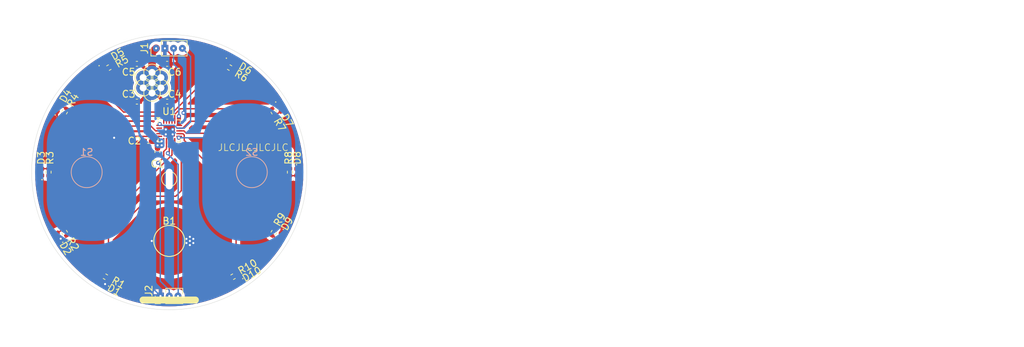
<source format=kicad_pcb>
(kicad_pcb (version 20240108) (generator "pcbnew") (generator_version "8.0")
  (layers (0 "F.Cu" signal) (31 "B.Cu" signal) (34 "B.Paste" user) (35 "F.Paste" user) (36 "B.SilkS" user "B.Silkscreen") (37 "F.SilkS" user "F.Silkscreen") (38 "B.Mask" user) (39 "F.Mask" user) (44 "Edge.Cuts" user))
  (net 0 "")
  (net 1 "Net-(D1-A)")
  (net 2 "GND")
  (net 3 "+3V0")
  (net 4 "Net-(D2-A)")
  (net 5 "Net-(D3-A)")
  (net 6 "Net-(D4-A)")
  (net 7 "Net-(D5-A)")
  (net 8 "Net-(D6-A)")
  (net 9 "Net-(D10-A)")
  (net 10 "Net-(D9-A)")
  (net 11 "Net-(D8-A)")
  (net 12 "Net-(D7-A)")
  (net 13 "/LED7")
  (net 14 "/LED6")
  (net 15 "/LED5")
  (net 16 "/LED4")
  (net 17 "/NRST")
  (net 18 "/SWIO")
  (net 19 "/LED10")
  (net 20 "/LED9")
  (net 21 "/LED8")
  (net 22 "/LED3")
  (net 23 "/LED2")
  (net 24 "/LED1")
  (net 27 "/RX")
  (net 28 "/TX")
  (net 29 "/touch2")
  (net 30 "/touch1")
  (footprint "Resistor_SMD:R_0402_1005Metric" (layer "F.Cu") (at 40.725 65.198745 150)
    (property "Reference" "R1" (at -1 0.2 150) (layer "F.SilkS") (effects (justify left)))
    (property "Value" "47R")
    (fp_line (start -0.153641 -0.38) (end 0.153641 -0.38) (stroke (width 0.12)) (layer "F.SilkS"))
    (fp_line (start -0.153641 0.38) (end 0.153641 0.38) (stroke (width 0.12)) (layer "F.SilkS"))
    (pad "1" smd roundrect (at -0.51 0 150) (size 0.54 0.64) (layers "F.Cu" "F.Paste" "F.Mask") (net 24 "/LED1"))
    (pad "2" smd roundrect (at 0.51 0 150) (size 0.54 0.64) (layers "F.Cu" "F.Paste" "F.Mask") (net 1 "Net-(D1-A)"))
  )
  (footprint "LED_SMD:LED_0402_1005Metric" (layer "F.Cu") (at 33.97853 59.25 120)
    (property "Reference" "D2" (at -0.999999 -0.1 120) (layer "F.SilkS") (effects (justify left)))
    (property "Value" "LED")
    (fp_circle (center -1.09 0) (end -1.04 0) (stroke (width 0.1)) (fill none) (layer "F.SilkS"))
    (pad "1" smd roundrect (at -0.485 0 120) (size 0.59 0.64) (layers "F.Cu" "F.Paste" "F.Mask") (net 2 "GND"))
    (pad "2" smd roundrect (at 0.485 0 120) (size 0.59 0.64) (layers "F.Cu" "F.Paste" "F.Mask") (net 4 "Net-(D2-A)"))
  )
  (footprint "Capacitor_SMD:C_0402_1005Metric" (layer "F.Cu") (at 49.7 34.25)
    (property "Reference" "C6" (at 1.1 1.2 0) (layer "F.SilkS"))
    (property "Value" "10n")
    (fp_line (start -0.107836 -0.36) (end 0.107836 -0.36) (stroke (width 0.12)) (layer "F.SilkS"))
    (fp_line (start -0.107836 0.36) (end 0.107836 0.36) (stroke (width 0.12)) (layer "F.SilkS"))
    (pad "1" smd roundrect (at -0.48 0) (size 0.56 0.62) (layers "F.Cu" "F.Paste" "F.Mask") (net 3 "+3V0"))
    (pad "2" smd roundrect (at 0.48 0) (size 0.56 0.62) (layers "F.Cu" "F.Paste" "F.Mask") (net 2 "GND"))
  )
  (footprint "Connector_PinHeader_1.27mm:PinHeader_1x04_P1.27mm_Vertical" (layer "F.Cu") (at 48.095 32 90)
    (property "Reference" "J1" (at 0 -1.695 90) (layer "F.SilkS"))
    (property "Value" "Conn_01x04")
    (fp_line (start -1.11 -0.76) (end 0 -0.76) (stroke (width 0.12)) (layer "F.SilkS"))
    (fp_line (start -1.11 0) (end -1.11 -0.76) (stroke (width 0.12)) (layer "F.SilkS"))
    (fp_line (start 1.11 0.76) (end 1.11 4.505) (stroke (width 0.12)) (layer "F.SilkS"))
    (fp_line (start 0.563471 0.76) (end 1.11 0.76) (stroke (width 0.12)) (layer "F.SilkS"))
    (fp_line (start -1.11 0.76) (end -0.563471 0.76) (stroke (width 0.12)) (layer "F.SilkS"))
    (fp_line (start -1.11 0.76) (end -1.11 4.505) (stroke (width 0.12)) (layer "F.SilkS"))
    (fp_line (start 0.30753 4.505) (end 1.11 4.505) (stroke (width 0.12)) (layer "F.SilkS"))
    (fp_line (start -1.11 4.505) (end -0.30753 4.505) (stroke (width 0.12)) (layer "F.SilkS"))
    (pad "1" thru_hole oval (at 0 0 90) (size 1 1) (drill 0.3) (layers "*.Cu" "*.Mask") (net 3 "+3V0"))
    (pad "2" thru_hole rect (at 0 1.27 90) (size 1 1) (drill 0.3) (layers "*.Cu" "*.Mask") (net 2 "GND"))
    (pad "3" thru_hole oval (at 0 2.54 90) (size 1 1) (drill 0.3) (layers "*.Cu" "*.Mask") (net 18 "/SWIO"))
    (pad "4" thru_hole oval (at 0 3.81 90) (size 1 1) (drill 0.3) (layers "*.Cu" "*.Mask") (net 17 "/NRST"))
  )
  (footprint "Resistor_SMD:R_0402_1005Metric" (layer "F.Cu") (at 34.801254 58.775 120)
    (property "Reference" "R2" (at -1 0.2 120) (layer "F.SilkS") (effects (justify left)))
    (property "Value" "47R")
    (fp_line (start -0.153641 -0.38) (end 0.153641 -0.38) (stroke (width 0.12)) (layer "F.SilkS"))
    (fp_line (start -0.153641 0.38) (end 0.153641 0.38) (stroke (width 0.12)) (layer "F.SilkS"))
    (pad "1" smd roundrect (at -0.51 0 120) (size 0.54 0.64) (layers "F.Cu" "F.Paste" "F.Mask") (net 23 "/LED2"))
    (pad "2" smd roundrect (at 0.51 0 120) (size 0.54 0.64) (layers "F.Cu" "F.Paste" "F.Mask") (net 4 "Net-(D2-A)"))
  )
  (footprint "LED_SMD:LED_0402_1005Metric" (layer "F.Cu") (at 40.25 66.021469 150)
    (property "Reference" "D1" (at -1 -0.100001 150) (layer "F.SilkS") (effects (justify left)))
    (property "Value" "LED")
    (fp_circle (center -1.09 0) (end -1.04 0) (stroke (width 0.1)) (fill none) (layer "F.SilkS"))
    (pad "1" smd roundrect (at -0.485 0 150) (size 0.59 0.64) (layers "F.Cu" "F.Paste" "F.Mask") (net 2 "GND"))
    (pad "2" smd roundrect (at 0.485 0 150) (size 0.59 0.64) (layers "F.Cu" "F.Paste" "F.Mask") (net 1 "Net-(D1-A)"))
  )
  (footprint "Package_DFN_QFN:QFN-20-1EP_3x3mm_P0.4mm_EP1.65x1.65mm" (layer "F.Cu") (at 50 44)
    (property "Reference" "U1" (at 0 -2.83 0) (layer "F.SilkS"))
    (property "Value" "WCH CH32V003F4U6")
    (fp_line (start -1.61 -1.16) (end -1.61 -1.37) (stroke (width 0.12)) (layer "F.SilkS"))
    (fp_line (start -1.61 1.61) (end -1.61 1.16) (stroke (width 0.12)) (layer "F.SilkS"))
    (fp_line (start -1.16 -1.61) (end -1.31 -1.61) (stroke (width 0.12)) (layer "F.SilkS"))
    (fp_line (start -1.16 1.61) (end -1.61 1.61) (stroke (width 0.12)) (layer "F.SilkS"))
    (fp_line (start 1.16 -1.61) (end 1.61 -1.61) (stroke (width 0.12)) (layer "F.SilkS"))
    (fp_line (start 1.16 1.61) (end 1.61 1.61) (stroke (width 0.12)) (layer "F.SilkS"))
    (fp_line (start 1.61 -1.61) (end 1.61 -1.16) (stroke (width 0.12)) (layer "F.SilkS"))
    (fp_line (start 1.61 1.61) (end 1.61 1.16) (stroke (width 0.12)) (layer "F.SilkS"))
    (fp_poly (pts (xy -1.61 -1.61) (xy -1.85 -1.94) (xy -1.37 -1.94) (xy -1.61 -1.61)) (stroke (width 0.12)) (fill solid) (layer "F.SilkS"))
    (pad "1" smd roundrect (at -1.45 -0.8) (size 0.85 0.2) (layers "F.Cu" "F.Paste" "F.Mask") (net 17 "/NRST"))
    (pad "2" smd roundrect (at -1.45 -0.4) (size 0.85 0.2) (layers "F.Cu" "F.Paste" "F.Mask"))
    (pad "3" smd roundrect (at -1.45 0) (size 0.85 0.2) (layers "F.Cu" "F.Paste" "F.Mask") (net 30 "/touch1"))
    (pad "4" smd roundrect (at -1.45 0.4) (size 0.85 0.2) (layers "F.Cu" "F.Paste" "F.Mask") (net 2 "GND"))
    (pad "5" smd roundrect (at -1.45 0.8) (size 0.85 0.2) (layers "F.Cu" "F.Paste" "F.Mask") (net 22 "/LED3"))
    (pad "6" smd roundrect (at -0.8 1.45) (size 0.2 0.85) (layers "F.Cu" "F.Paste" "F.Mask") (net 3 "+3V0"))
    (pad "7" smd roundrect (at -0.4 1.45) (size 0.2 0.85) (layers "F.Cu" "F.Paste" "F.Mask") (net 28 "/TX"))
    (pad "8" smd roundrect (at 0 1.45) (size 0.2 0.85) (layers "F.Cu" "F.Paste" "F.Mask") (net 27 "/RX"))
    (pad "9" smd roundrect (at 0.4 1.45) (size 0.2 0.85) (layers "F.Cu" "F.Paste" "F.Mask") (net 23 "/LED2"))
    (pad "10" smd roundrect (at 0.8 1.45) (size 0.2 0.85) (layers "F.Cu" "F.Paste" "F.Mask") (net 24 "/LED1"))
    (pad "11" smd roundrect (at 1.45 0.8) (size 0.85 0.2) (layers "F.Cu" "F.Paste" "F.Mask") (net 29 "/touch2"))
    (pad "12" smd roundrect (at 1.45 0.4) (size 0.85 0.2) (layers "F.Cu" "F.Paste" "F.Mask") (net 19 "/LED10"))
    (pad "13" smd roundrect (at 1.45 0) (size 0.85 0.2) (layers "F.Cu" "F.Paste" "F.Mask") (net 20 "/LED9"))
    (pad "14" smd roundrect (at 1.45 -0.4) (size 0.85 0.2) (layers "F.Cu" "F.Paste" "F.Mask") (net 21 "/LED8"))
    (pad "15" smd roundrect (at 1.45 -0.8) (size 0.85 0.2) (layers "F.Cu" "F.Paste" "F.Mask") (net 18 "/SWIO"))
    (pad "16" smd roundrect (at 0.8 -1.45) (size 0.2 0.85) (layers "F.Cu" "F.Paste" "F.Mask") (net 13 "/LED7"))
    (pad "17" smd roundrect (at 0.4 -1.45) (size 0.2 0.85) (layers "F.Cu" "F.Paste" "F.Mask") (net 14 "/LED6"))
    (pad "18" smd roundrect (at 0 -1.45) (size 0.2 0.85) (layers "F.Cu" "F.Paste" "F.Mask"))
    (pad "19" smd roundrect (at -0.4 -1.45) (size 0.2 0.85) (layers "F.Cu" "F.Paste" "F.Mask") (net 15 "/LED5"))
    (pad "20" smd roundrect (at -0.8 -1.45) (size 0.2 0.85) (layers "F.Cu" "F.Paste" "F.Mask") (net 16 "/LED4"))
    (pad "21" smd rect (at 0 0) (size 1.65 1.65) (property pad_prop_heatsink) (layers "F.Cu" "F.Mask") (net 2 "GND"))
  )
  (footprint "TestPoint:TestPoint_THTPad_D2.0mm_Drill1.0mm" (layer "F.Cu") (at 47.5 37)
    (property "Reference" "T51" (hide yes))
    (property "Value" "TestPoint_THTPad_D2.0mm_Drill1.0mm" (hide yes))
    (fp_circle (center 0 0) (end 0 1.2) (stroke (width 0.12)) (fill none) (layer "F.SilkS"))
    (pad "1" thru_hole circle (at 0 0) (size 2 2) (drill 1) (layers "*.Cu" "*.Mask") (net 3 "+3V0"))
  )
  (footprint "Capacitor_SMD:C_0402_1005Metric" (layer "F.Cu") (at 48.275 47.05 -90)
    (property "Reference" "C1" (at 1.75 0 0) (layer "F.SilkS"))
    (property "Value" "10n")
    (fp_line (start -0.107836 0.36) (end 0.107836 0.36) (stroke (width 0.12)) (layer "F.SilkS"))
    (fp_line (start -0.107836 -0.36) (end 0.107836 -0.36) (stroke (width 0.12)) (layer "F.SilkS"))
    (pad "1" smd roundrect (at -0.48 0 270) (size 0.56 0.62) (layers "F.Cu" "F.Paste" "F.Mask") (net 3 "+3V0"))
    (pad "2" smd roundrect (at 0.48 0 270) (size 0.56 0.62) (layers "F.Cu" "F.Paste" "F.Mask") (net 2 "GND"))
  )
  (footprint "Capacitor_SMD:C_0402_1005Metric" (layer "F.Cu") (at 45.3 34.25 180)
    (property "Reference" "C5" (at 1.2 -1.2 0) (layer "F.SilkS"))
    (property "Value" "10n")
    (fp_line (start -0.107836 0.36) (end 0.107836 0.36) (stroke (width 0.12)) (layer "F.SilkS"))
    (fp_line (start -0.107836 -0.36) (end 0.107836 -0.36) (stroke (width 0.12)) (layer "F.SilkS"))
    (pad "1" smd roundrect (at -0.48 0 180) (size 0.56 0.62) (layers "F.Cu" "F.Paste" "F.Mask") (net 3 "+3V0"))
    (pad "2" smd roundrect (at 0.48 0 180) (size 0.56 0.62) (layers "F.Cu" "F.Paste" "F.Mask") (net 2 "GND"))
  )
  (footprint "Resistor_SMD:R_0402_1005Metric" (layer "F.Cu") (at 59.275 65.198745 -150)
    (property "Reference" "R10" (at -1 0.2 -150) (layer "F.SilkS") (effects (justify left)))
    (property "Value" "47R")
    (fp_line (start -0.153641 0.38) (end 0.153641 0.38) (stroke (width 0.12)) (layer "F.SilkS"))
    (fp_line (start -0.153641 -0.38) (end 0.153641 -0.38) (stroke (width 0.12)) (layer "F.SilkS"))
    (pad "1" smd roundrect (at -0.51 0 210) (size 0.54 0.64) (layers "F.Cu" "F.Paste" "F.Mask") (net 19 "/LED10"))
    (pad "2" smd roundrect (at 0.51 0 210) (size 0.54 0.64) (layers "F.Cu" "F.Paste" "F.Mask") (net 9 "Net-(D10-A)"))
  )
  (footprint "TestPoint:TestPoint_THTPad_D2.0mm_Drill1.0mm" (layer "F.Cu") (at 46.200961 37.75 120)
    (property "Reference" "T55" (hide yes))
    (property "Value" "TestPoint_THTPad_D2.0mm_Drill1.0mm" (hide yes))
    (fp_circle (center 0 0) (end 0 1.2) (stroke (width 0.12)) (fill none) (layer "F.SilkS"))
    (pad "1" thru_hole circle (at 0 0 120) (size 2 2) (drill 1) (layers "*.Cu" "*.Mask") (net 3 "+3V0"))
  )
  (footprint "TestPoint:TestPoint_THTPad_D2.0mm_Drill1.0mm" (layer "F.Cu") (at 48.799038 37.75 -120)
    (property "Reference" "T53" (hide yes))
    (property "Value" "TestPoint_THTPad_D2.0mm_Drill1.0mm" (hide yes))
    (fp_circle (center 0 0) (end 0 1.2) (stroke (width 0.12)) (fill none) (layer "F.SilkS"))
    (pad "1" thru_hole circle (at 0 0 240) (size 2 2) (drill 1) (layers "*.Cu" "*.Mask") (net 3 "+3V0"))
  )
  (footprint "LED_SMD:LED_0402_1005Metric" (layer "F.Cu") (at 59.25 33.97853 -30)
    (property "Reference" "D6" (at 0.999999 -0.1 -30) (layer "F.SilkS") (effects (justify left)))
    (property "Value" "LED")
    (fp_circle (center -1.09 0) (end -1.04 0) (stroke (width 0.1)) (fill none) (layer "F.SilkS"))
    (pad "1" smd roundrect (at -0.485 0 330) (size 0.59 0.64) (layers "F.Cu" "F.Paste" "F.Mask") (net 2 "GND"))
    (pad "2" smd roundrect (at 0.485 0 330) (size 0.59 0.64) (layers "F.Cu" "F.Paste" "F.Mask") (net 8 "Net-(D6-A)"))
  )
  (footprint "Resistor_SMD:R_0402_1005Metric" (layer "F.Cu") (at 67.55 50 -90)
    (property "Reference" "R8" (at -1 0.2 -90) (layer "F.SilkS") (effects (justify left)))
    (property "Value" "47R")
    (fp_line (start -0.153641 0.38) (end 0.153641 0.38) (stroke (width 0.12)) (layer "F.SilkS"))
    (fp_line (start -0.153641 -0.38) (end 0.153641 -0.38) (stroke (width 0.12)) (layer "F.SilkS"))
    (pad "1" smd roundrect (at -0.51 0 270) (size 0.54 0.64) (layers "F.Cu" "F.Paste" "F.Mask") (net 21 "/LED8"))
    (pad "2" smd roundrect (at 0.51 0 270) (size 0.54 0.64) (layers "F.Cu" "F.Paste" "F.Mask") (net 11 "Net-(D8-A)"))
  )
  (footprint "Resistor_SMD:R_0402_1005Metric" (layer "F.Cu") (at 34.801254 41.225 60)
    (property "Reference" "R4" (at 1 0.2 60) (layer "F.SilkS") (effects (justify left)))
    (property "Value" "47R")
    (fp_line (start -0.153641 -0.38) (end 0.153641 -0.38) (stroke (width 0.12)) (layer "F.SilkS"))
    (fp_line (start -0.153641 0.38) (end 0.153641 0.38) (stroke (width 0.12)) (layer "F.SilkS"))
    (pad "1" smd roundrect (at -0.51 0 60) (size 0.54 0.64) (layers "F.Cu" "F.Paste" "F.Mask") (net 16 "/LED4"))
    (pad "2" smd roundrect (at 0.51 0 60) (size 0.54 0.64) (layers "F.Cu" "F.Paste" "F.Mask") (net 6 "Net-(D4-A)"))
  )
  (footprint "Resistor_SMD:R_0402_1005Metric" (layer "F.Cu") (at 32.45 50 90)
    (property "Reference" "R3" (at 1 0.2 90) (layer "F.SilkS") (effects (justify left)))
    (property "Value" "47R")
    (fp_line (start -0.153641 -0.38) (end 0.153641 -0.38) (stroke (width 0.12)) (layer "F.SilkS"))
    (fp_line (start -0.153641 0.38) (end 0.153641 0.38) (stroke (width 0.12)) (layer "F.SilkS"))
    (pad "1" smd roundrect (at -0.51 0 90) (size 0.54 0.64) (layers "F.Cu" "F.Paste" "F.Mask") (net 22 "/LED3"))
    (pad "2" smd roundrect (at 0.51 0 90) (size 0.54 0.64) (layers "F.Cu" "F.Paste" "F.Mask") (net 5 "Net-(D3-A)"))
  )
  (footprint "TestPoint:TestPoint_THTPad_D2.0mm_Drill1.0mm" (layer "F.Cu") (at 47.5 35.5)
    (property "Reference" "T51" (hide yes))
    (property "Value" "TestPoint_THTPad_D2.0mm_Drill1.0mm" (hide yes))
    (fp_circle (center 0 0) (end 0 1.2) (stroke (width 0.12)) (fill none) (layer "F.SilkS"))
    (pad "1" thru_hole circle (at 0 0) (size 2 2) (drill 1) (layers "*.Cu" "*.Mask") (net 3 "+3V0"))
  )
  (footprint "LED_SMD:LED_0402_1005Metric" (layer "F.Cu") (at 59.75 66.021469 -150)
    (property "Reference" "D10" (at -0.999999 -0.1 -150) (layer "F.SilkS") (effects (justify left)))
    (property "Value" "LED")
    (fp_circle (center -1.09 0) (end -1.04 0) (stroke (width 0.1)) (fill none) (layer "F.SilkS"))
    (pad "1" smd roundrect (at -0.485 0 210) (size 0.59 0.64) (layers "F.Cu" "F.Paste" "F.Mask") (net 2 "GND"))
    (pad "2" smd roundrect (at 0.485 0 210) (size 0.59 0.64) (layers "F.Cu" "F.Paste" "F.Mask") (net 9 "Net-(D10-A)"))
  )
  (footprint "Capacitor_SMD:C_0402_1005Metric" (layer "F.Cu") (at 49.7 39.75)
    (property "Reference" "C4" (at 1.1 -1.1 0) (layer "F.SilkS"))
    (property "Value" "10n")
    (fp_line (start -0.107836 -0.36) (end 0.107836 -0.36) (stroke (width 0.12)) (layer "F.SilkS"))
    (fp_line (start -0.107836 0.36) (end 0.107836 0.36) (stroke (width 0.12)) (layer "F.SilkS"))
    (pad "1" smd roundrect (at -0.48 0) (size 0.56 0.62) (layers "F.Cu" "F.Paste" "F.Mask") (net 3 "+3V0"))
    (pad "2" smd roundrect (at 0.48 0) (size 0.56 0.62) (layers "F.Cu" "F.Paste" "F.Mask") (net 2 "GND"))
  )
  (footprint "TestPoint:TestPoint_THTPad_D2.0mm_Drill1.0mm" (layer "F.Cu") (at 46.200961 36.25 60)
    (property "Reference" "T56" (hide yes))
    (property "Value" "TestPoint_THTPad_D2.0mm_Drill1.0mm" (hide yes))
    (fp_circle (center 0 0) (end 0 1.2) (stroke (width 0.12)) (fill none) (layer "F.SilkS"))
    (pad "1" thru_hole circle (at 0 0 60) (size 2 2) (drill 1) (layers "*.Cu" "*.Mask") (net 3 "+3V0"))
  )
  (footprint "Capacitor_SMD:C_0402_1005Metric" (layer "F.Cu") (at 45.3 39.75 180)
    (property "Reference" "C3" (at 1.2 1.1 0) (layer "F.SilkS"))
    (property "Value" "10n")
    (fp_line (start -0.107836 0.36) (end 0.107836 0.36) (stroke (width 0.12)) (layer "F.SilkS"))
    (fp_line (start -0.107836 -0.36) (end 0.107836 -0.36) (stroke (width 0.12)) (layer "F.SilkS"))
    (pad "1" smd roundrect (at -0.48 0 180) (size 0.56 0.62) (layers "F.Cu" "F.Paste" "F.Mask") (net 3 "+3V0"))
    (pad "2" smd roundrect (at 0.48 0 180) (size 0.56 0.62) (layers "F.Cu" "F.Paste" "F.Mask") (net 2 "GND"))
  )
  (footprint "TestPoint:TestPoint_THTPad_D2.0mm_Drill1.0mm" (layer "F.Cu") (at 48.799038 36.25 -60)
    (property "Reference" "T52" (hide yes))
    (property "Value" "TestPoint_THTPad_D2.0mm_Drill1.0mm" (hide yes))
    (fp_circle (center 0 0) (end 0 1.2) (stroke (width 0.12)) (fill none) (layer "F.SilkS"))
    (pad "1" thru_hole circle (at 0 0 300) (size 2 2) (drill 1) (layers "*.Cu" "*.Mask") (net 3 "+3V0"))
  )
  (footprint "Resistor_SMD:R_0402_1005Metric" (layer "F.Cu") (at 58.775 34.801254 -30)
    (property "Reference" "R6" (at 1 0.2 -30) (layer "F.SilkS") (effects (justify left)))
    (property "Value" "47R")
    (fp_line (start -0.153641 0.38) (end 0.153641 0.38) (stroke (width 0.12)) (layer "F.SilkS"))
    (fp_line (start -0.153641 -0.38) (end 0.153641 -0.38) (stroke (width 0.12)) (layer "F.SilkS"))
    (pad "1" smd roundrect (at -0.51 0 330) (size 0.54 0.64) (layers "F.Cu" "F.Paste" "F.Mask") (net 14 "/LED6"))
    (pad "2" smd roundrect (at 0.51 0 330) (size 0.54 0.64) (layers "F.Cu" "F.Paste" "F.Mask") (net 8 "Net-(D6-A)"))
  )
  (footprint "Resistor_SMD:R_0402_1005Metric" (layer "F.Cu") (at 41.225 34.801254 30)
    (property "Reference" "R5" (at 1 0.2 30) (layer "F.SilkS") (effects (justify left)))
    (property "Value" "47R")
    (fp_line (start -0.153641 -0.38) (end 0.153641 -0.38) (stroke (width 0.12)) (layer "F.SilkS"))
    (fp_line (start -0.153641 0.38) (end 0.153641 0.38) (stroke (width 0.12)) (layer "F.SilkS"))
    (pad "1" smd roundrect (at -0.51 0 30) (size 0.54 0.64) (layers "F.Cu" "F.Paste" "F.Mask") (net 15 "/LED5"))
    (pad "2" smd roundrect (at 0.51 0 30) (size 0.54 0.64) (layers "F.Cu" "F.Paste" "F.Mask") (net 7 "Net-(D5-A)"))
  )
  (footprint "TestPoint:TestPoint_Pad_D4.0mm" (layer "F.Cu") (at 50 60)
    (property "Reference" "-" (at 0 7.818 0) (layer "F.SilkS") (effects (font (size 10 10) (thickness 1))))
    (property "Value" "BAT-")
    (fp_circle (center 0 0) (end 0 2.25) (stroke (width 0.12)) (fill none) (layer "F.SilkS"))
    (pad "1" smd circle (at 0 0) (size 10 10) (layers "F.Cu" "F.Mask") (net 2 "GND"))
  )
  (footprint "TestPoint:TestPoint_THTPad_D2.0mm_Drill1.0mm" (layer "F.Cu") (at 47.5 38.5 180)
    (property "Reference" "T54" (hide yes))
    (property "Value" "TestPoint_THTPad_D2.0mm_Drill1.0mm" (hide yes))
    (fp_circle (center 0 0) (end 0 1.2) (stroke (width 0.12)) (fill none) (layer "F.SilkS"))
    (pad "1" thru_hole circle (at 0 0 180) (size 2 2) (drill 1) (layers "*.Cu" "*.Mask") (net 3 "+3V0"))
  )
  (footprint "Resistor_SMD:R_0402_1005Metric" (layer "F.Cu") (at 65.198745 58.775 -120)
    (property "Reference" "R9" (at -1 0.2 -120) (layer "F.SilkS") (effects (justify left)))
    (property "Value" "47R")
    (fp_line (start -0.153641 0.38) (end 0.153641 0.38) (stroke (width 0.12)) (layer "F.SilkS"))
    (fp_line (start -0.153641 -0.38) (end 0.153641 -0.38) (stroke (width 0.12)) (layer "F.SilkS"))
    (pad "1" smd roundrect (at -0.51 0 240) (size 0.54 0.64) (layers "F.Cu" "F.Paste" "F.Mask") (net 20 "/LED9"))
    (pad "2" smd roundrect (at 0.51 0 240) (size 0.54 0.64) (layers "F.Cu" "F.Paste" "F.Mask") (net 10 "Net-(D9-A)"))
  )
  (footprint "TestPoint:TestPoint_THTPad_3.0x3.0mm_Drill1.5mm" (layer "F.Cu") (at 50 51)
    (property "Reference" "T1" (hide yes))
    (property "Value" "TestPoint_THTPad_3.0x3.0mm_Drill1.5mm" (hide yes))
    (fp_circle (center 0 0) (end 1.1 0) (stroke (width 0.12)) (fill none) (layer "F.SilkS"))
    (pad "1" thru_hole oval (at 0 0) (size 1.2 3.2) (drill oval 1 3) (layers "*.Cu" "*.Mask") (net 2 "GND"))
  )
  (footprint "LED_SMD:LED_0402_1005Metric" (layer "F.Cu") (at 40.75 33.97853 30)
    (property "Reference" "D5" (at 1 -0.100001 30) (layer "F.SilkS") (effects (justify left)))
    (property "Value" "LED")
    (fp_circle (center -1.09 0) (end -1.04 0) (stroke (width 0.1)) (fill none) (layer "F.SilkS"))
    (pad "1" smd roundrect (at -0.485 0 30) (size 0.59 0.64) (layers "F.Cu" "F.Paste" "F.Mask") (net 2 "GND"))
    (pad "2" smd roundrect (at 0.485 0 30) (size 0.59 0.64) (layers "F.Cu" "F.Paste" "F.Mask") (net 7 "Net-(D5-A)"))
  )
  (footprint "Connector_PinHeader_1.27mm:PinHeader_1x03_P1.27mm_Vertical" (layer "F.Cu") (at 48.73 68 90)
    (property "Reference" "J2" (at 0.75 -1.695 90) (layer "F.SilkS"))
    (property "Value" "Conn_01x03")
    (fp_line (start -1.11 -0.76) (end 0 -0.76) (stroke (width 0.12)) (layer "F.SilkS"))
    (fp_line (start -1.11 0) (end -1.11 -0.76) (stroke (width 0.12)) (layer "F.SilkS"))
    (fp_line (start 1.11 0.76) (end 1.11 3.235) (stroke (width 0.12)) (layer "F.SilkS"))
    (fp_line (start 0.563471 0.76) (end 1.11 0.76) (stroke (width 0.12)) (layer "F.SilkS"))
    (fp_line (start -1.11 0.76) (end -0.563471 0.76) (stroke (width 0.12)) (layer "F.SilkS"))
    (fp_line (start -1.11 0.76) (end -1.11 3.235) (stroke (width 0.12)) (layer "F.SilkS"))
    (fp_line (start 0.30753 3.235) (end 1.11 3.235) (stroke (width 0.12)) (layer "F.SilkS"))
    (fp_line (start -1.11 3.235) (end -0.30753 3.235) (stroke (width 0.12)) (layer "F.SilkS"))
    (pad "1" thru_hole rect (at 0 0 90) (size 1 1) (drill 0.3) (layers "*.Cu" "*.Mask") (net 2 "GND"))
    (pad "2" thru_hole oval (at 0 1.27 90) (size 1 1) (drill 0.3) (layers "*.Cu" "*.Mask") (net 28 "/TX"))
    (pad "3" thru_hole oval (at 0 2.54 90) (size 1 1) (drill 0.3) (layers "*.Cu" "*.Mask") (net 27 "/RX"))
  )
  (footprint "LED_SMD:LED_0402_1005Metric" (layer "F.Cu") (at 66.021469 59.25 -120)
    (property "Reference" "D9" (at -1 -0.100001 -120) (layer "F.SilkS") (effects (justify left)))
    (property "Value" "LED")
    (fp_circle (center -1.09 0) (end -1.04 0) (stroke (width 0.1)) (fill none) (layer "F.SilkS"))
    (pad "1" smd roundrect (at -0.485 0 240) (size 0.59 0.64) (layers "F.Cu" "F.Paste" "F.Mask") (net 2 "GND"))
    (pad "2" smd roundrect (at 0.485 0 240) (size 0.59 0.64) (layers "F.Cu" "F.Paste" "F.Mask") (net 10 "Net-(D9-A)"))
  )
  (footprint "TestPoint:TestPoint_Pad_D4.0mm" (layer "F.Cu") (at 50 60)
    (property "Reference" "B1" (at 0 -2.898 0) (layer "F.SilkS"))
    (property "Value" "BAT-")
    (fp_circle (center 0 0) (end 0 2.25) (stroke (width 0.12)) (fill none) (layer "F.SilkS"))
    (pad "1" smd circle (at 0 0) (size 4 4) (layers "F.Cu" "F.Mask") (net 2 "GND"))
  )
  (footprint "Resistor_SMD:R_0402_1005Metric" (layer "F.Cu") (at 65.198745 41.225 -60)
    (property "Reference" "R7" (at 0.999999 0.200001 -60) (layer "F.SilkS") (effects (justify left)))
    (property "Value" "47R")
    (fp_line (start -0.153641 0.38) (end 0.153641 0.38) (stroke (width 0.12)) (layer "F.SilkS"))
    (fp_line (start -0.153641 -0.38) (end 0.153641 -0.38) (stroke (width 0.12)) (layer "F.SilkS"))
    (pad "1" smd roundrect (at -0.51 0 300) (size 0.54 0.64) (layers "F.Cu" "F.Paste" "F.Mask") (net 13 "/LED7"))
    (pad "2" smd roundrect (at 0.51 0 300) (size 0.54 0.64) (layers "F.Cu" "F.Paste" "F.Mask") (net 12 "Net-(D7-A)"))
  )
  (footprint "LED_SMD:LED_0402_1005Metric" (layer "F.Cu") (at 31.5 50 90)
    (property "Reference" "D3" (at 1 -0.1 90) (layer "F.SilkS") (effects (justify left)))
    (property "Value" "LED")
    (fp_circle (center -1.09 0) (end -1.04 0) (stroke (width 0.1)) (fill none) (layer "F.SilkS"))
    (pad "1" smd roundrect (at -0.485 0 90) (size 0.59 0.64) (layers "F.Cu" "F.Paste" "F.Mask") (net 2 "GND"))
    (pad "2" smd roundrect (at 0.485 0 90) (size 0.59 0.64) (layers "F.Cu" "F.Paste" "F.Mask") (net 5 "Net-(D3-A)"))
  )
  (footprint "LED_SMD:LED_0402_1005Metric" (layer "F.Cu") (at 33.97853 40.75 60)
    (property "Reference" "D4" (at 0.999999 -0.1 60) (layer "F.SilkS") (effects (justify left)))
    (property "Value" "LED")
    (fp_circle (center -1.09 0) (end -1.04 0) (stroke (width 0.1)) (fill none) (layer "F.SilkS"))
    (pad "1" smd roundrect (at -0.485 0 60) (size 0.59 0.64) (layers "F.Cu" "F.Paste" "F.Mask") (net 2 "GND"))
    (pad "2" smd roundrect (at 0.485 0 60) (size 0.59 0.64) (layers "F.Cu" "F.Paste" "F.Mask") (net 6 "Net-(D4-A)"))
  )
  (footprint "LED_SMD:LED_0402_1005Metric" (layer "F.Cu") (at 66.021469 40.75 -60)
    (property "Reference" "D7" (at 1 -0.100001 -60) (layer "F.SilkS") (effects (justify left)))
    (property "Value" "LED")
    (fp_circle (center -1.09 0) (end -1.04 0) (stroke (width 0.1)) (fill none) (layer "F.SilkS"))
    (pad "1" smd roundrect (at -0.485 0 300) (size 0.59 0.64) (layers "F.Cu" "F.Paste" "F.Mask") (net 2 "GND"))
    (pad "2" smd roundrect (at 0.485 0 300) (size 0.59 0.64) (layers "F.Cu" "F.Paste" "F.Mask") (net 12 "Net-(D7-A)"))
  )
  (footprint "Capacitor_SMD:C_0402_1005Metric" (layer "F.Cu") (at 46.95 45.45 180)
    (property "Reference" "C2" (at 2 0 0) (layer "F.SilkS"))
    (property "Value" "10n")
    (fp_line (start -0.107836 0.36) (end 0.107836 0.36) (stroke (width 0.12)) (layer "F.SilkS"))
    (fp_line (start -0.107836 -0.36) (end 0.107836 -0.36) (stroke (width 0.12)) (layer "F.SilkS"))
    (pad "1" smd roundrect (at -0.48 0 180) (size 0.56 0.62) (layers "F.Cu" "F.Paste" "F.Mask") (net 3 "+3V0"))
    (pad "2" smd roundrect (at 0.48 0 180) (size 0.56 0.62) (layers "F.Cu" "F.Paste" "F.Mask") (net 2 "GND"))
  )
  (footprint "LED_SMD:LED_0402_1005Metric" (layer "F.Cu") (at 68.5 50 -90)
    (property "Reference" "D8" (at -1 -0.1 -90) (layer "F.SilkS") (effects (justify left)))
    (property "Value" "LED")
    (fp_circle (center -1.09 0) (end -1.04 0) (stroke (width 0.1)) (fill none) (layer "F.SilkS"))
    (pad "1" smd roundrect (at -0.485 0 270) (size 0.59 0.64) (layers "F.Cu" "F.Paste" "F.Mask") (net 2 "GND"))
    (pad "2" smd roundrect (at 0.485 0 270) (size 0.59 0.64) (layers "F.Cu" "F.Paste" "F.Mask") (net 11 "Net-(D8-A)"))
  )
  (footprint "TestPoint:TestPoint_Pad_D4.0mm" (layer "B.Cu") (at 62 50 180)
    (property "Reference" "S2" (at 0 2.898 0) (layer "B.SilkS") (effects (justify mirror)))
    (property "Value" "touch")
    (fp_circle (center 0 0) (end 0 -2.25) (stroke (width 0.12)) (fill none) (layer "B.SilkS"))
    (pad "1" smd roundrect (at 0.7 0 180) (size 13 20) (layers "B.Cu" "B.Mask") (roundrect_rratio 0.4615384615) (net 29 "/touch2"))
  )
  (footprint "TestPoint:TestPoint_Pad_D4.0mm" (layer "B.Cu") (at 38 50 180)
    (property "Reference" "S1" (at 0 2.898 0) (layer "B.SilkS") (effects (justify mirror)))
    (property "Value" "touch")
    (fp_circle (center 0 0) (end 0 -2.25) (stroke (width 0.12)) (fill none) (layer "B.SilkS"))
    (pad "1" smd roundrect (at -0.7 0 180) (size 13 20) (layers "B.Cu" "B.Mask") (roundrect_rratio 0.4615384615) (net 30 "/touch1"))
  )
  (gr_circle (center 50 50) (end 70 50) (stroke (width 0.05)) (fill none) (layer "Edge.Cuts"))
  (gr_text "JLCJLCJLCJLC" (at 57 47 0) (layer "F.SilkS") (effects (font (size 1 1) (thickness 0.1)) (justify left bottom)))
  (segment (start 40.283327 64.943745) (end 39.829978 65.778969) (width 0.2) (layer "F.Cu") (net 1))
  (segment (start 59.876774 33.501774) (end 65.778969 39.403969) (width 0.2) (layer "F.Cu") (net 2))
  (segment (start 69.250167 52.374833) (end 66.263969 55.361031) (width 0.2) (layer "F.Cu") (net 2))
  (segment (start 66.263969 55.361031) (end 66.263969 58.829978) (width 0.2) (layer "F.Cu") (net 2))
  (segment (start 30.88 49.865) (end 30.88 47.745) (width 0.2) (layer "F.Cu") (net 2))
  (segment (start 33.501774 40.935766) (end 33.501774 39.998226) (width 0.2) (layer "F.Cu") (net 2))
  (segment (start 65.778969 39.403969) (end 65.778969 40.329978) (width 0.2) (layer "F.Cu") (net 2))
  (segment (start 68.5 45.725) (end 68.5 49.515) (width 0.2) (layer "F.Cu") (net 2))
  (segment (start 58.829978 33.73603) (end 51.10103 33.73603) (width 0.2) (layer "F.Cu") (net 2))
  (segment (start 66.348682 40.329978) (end 67.125 41.106296) (width 0.2) (layer "F.Cu") (net 2))
  (segment (start 43.736031 66.263969) (end 40.675 66.263969) (width 0.2) (layer "F.Cu") (net 2))
  (segment (start 60.170022 66.379978) (end 59.837469 66.712531) (width 0.2) (layer "F.Cu") (net 2))
  (segment (start 60.596031 65.778969) (end 60.170022 65.778969) (width 0.2) (layer "F.Cu") (net 2))
  (segment (start 40.675 66.263969) (end 40.670022 66.263969) (width 0.2) (layer "F.Cu") (net 2))
  (segment (start 49.25 44.4) (end 49.425 44.575) (width 0.2) (layer "F.Cu") (net 2))
  (segment (start 67.125 44.35) (end 68.5 45.725) (width 0.2) (layer "F.Cu") (net 2))
  (segment (start 66.263969 58.829978) (end 66.498225 59.064234) (width 0.2) (layer "F.Cu") (net 2))
  (segment (start 58.829978 33.73603) (end 59.064234 33.501774) (width 0.2) (layer "F.Cu") (net 2))
  (segment (start 33.73603 41.170022) (end 33.501774 40.935766) (width 0.2) (layer "F.Cu") (net 2))
  (segment (start 68.5 49.515) (end 69.250167 50.265167) (width 0.2) (layer "F.Cu") (net 2))
  (segment (start 33.651317 59.670022) (end 33.063787 59.082492) (width 0.2) (layer "F.Cu") (net 2))
  (segment (start 59.837469 66.712531) (end 59.572759 66.870688) (width 0.2) (layer "F.Cu") (net 2))
  (segment (start 65.778969 40.329978) (end 66.348682 40.329978) (width 0.2) (layer "F.Cu") (net 2))
  (segment (start 60.170022 65.778969) (end 60.170022 66.379978) (width 0.2) (layer "F.Cu") (net 2))
  (segment (start 39.27897 34.22103) (end 40.329978 34.22103) (width 0.2) (layer "F.Cu") (net 2))
  (segment (start 57.153888 67.153888) (end 50 60) (width 0.2) (layer "F.Cu") (net 2))
  (segment (start 33.063787 59.082492) (end 33.063787 52.613787) (width 0.2) (layer "F.Cu") (net 2))
  (segment (start 30.88 47.745) (end 33.73603 44.88897) (width 0.2) (layer "F.Cu") (net 2))
  (segment (start 48.55 44.4) (end 49.25 44.4) (width 0.2) (layer "F.Cu") (net 2))
  (segment (start 66.498225 59.876775) (end 60.596031 65.778969) (width 0.2) (layer "F.Cu") (net 2))
  (segment (start 66.498225 59.064234) (end 66.498225 59.876775) (width 0.2) (layer "F.Cu") (net 2))
  (segment (start 31.5 51.05) (end 31.5 50.485) (width 0.2) (layer "F.Cu") (net 2))
  (segment (start 33.063787 52.613787) (end 31.5 51.05) (width 0.2) (layer "F.Cu") (net 2))
  (segment (start 51.10103 33.73603) (end 49.365 32) (width 0.2) (layer "F.Cu") (net 2))
  (segment (start 50 60) (end 43.736031 66.263969) (width 0.2) (layer "F.Cu") (net 2))
  (segment (start 59.572759 66.870688) (end 59.046484 67.153888) (width 0.2) (layer "F.Cu") (net 2))
  (segment (start 69.250167 50.265167) (end 69.250167 52.374833) (width 0.2) (layer "F.Cu") (net 2))
  (segment (start 33.501774 39.998226) (end 39.27897 34.22103) (width 0.2) (layer "F.Cu") (net 2))
  (segment (start 33.73603 44.88897) (end 33.73603 41.170022) (width 0.2) (layer "F.Cu") (net 2))
  (segment (start 34.22103 59.670022) (end 33.651317 59.670022) (width 0.2) (layer "F.Cu") (net 2))
  (segment (start 67.125 41.106296) (end 67.125 44.35) (width 0.2) (layer "F.Cu") (net 2))
  (segment (start 59.064234 33.501774) (end 59.876774 33.501774) (width 0.2) (layer "F.Cu") (net 2))
  (segment (start 31.5 50.485) (end 30.88 49.865) (width 0.2) (layer "F.Cu") (net 2))
  (segment (start 59.046484 67.153888) (end 57.153888 67.153888) (width 0.2) (layer "F.Cu") (net 2))
  (via (at 50.5 43.8) (size 0.6) (drill 0.3) (layers "F.Cu" "B.Cu") (net 2))
  (via (at 52.5 59.7) (size 0.6) (drill 0.3) (layers "F.Cu" "B.Cu") (net 2))
  (via (at 53.5 59.7) (size 0.6) (drill 0.3) (layers "F.Cu" "B.Cu") (net 2))
  (via (at 47.46 60) (size 0.6) (drill 0.3) (layers "F.Cu" "B.Cu") (net 2))
  (via (at 53.5 60.3) (size 0.6) (drill 0.3) (layers "F.Cu" "B.Cu") (net 2))
  (via (at 53 60.6) (size 0.6) (drill 0.3) (layers "F.Cu" "B.Cu") (net 2))
  (via (at 52.5 60.3) (size 0.6) (drill 0.3) (layers "F.Cu" "B.Cu") (net 2))
  (via (at 53 60) (size 0.6) (drill 0.3) (layers "F.Cu" "B.Cu") (net 2))
  (via (at 49.5 44.5) (size 0.6) (drill 0.3) (layers "F.Cu" "B.Cu") (net 2))
  (via (at 50.5 44.5) (size 0.6) (drill 0.3) (layers "F.Cu" "B.Cu") (net 2))
  (via (at 34.22103 59.670022) (size 0.6) (drill 0.3) (layers "F.Cu" "B.Cu") (net 2))
  (via (at 49.5 43.8) (size 0.6) (drill 0.3) (layers "F.Cu" "B.Cu") (net 2))
  (via (at 40.675 66.263969) (size 0.6) (drill 0.3) (layers "F.Cu" "B.Cu") (net 2))
  (via (at 52.085864 41.383327) (size 0.6) (drill 0.3) (layers "F.Cu" "B.Cu") (net 2))
  (via (at 53 59.4) (size 0.6) (drill 0.3) (layers "F.Cu" "B.Cu") (net 2))
  (segment (start 52.9 59.9) (end 53 60) (width 0.2) (layer "B.Cu") (net 2))
  (segment (start 50.251472 51.4) (end 49.9 51.751472) (width 0.2) (layer "B.Cu") (net 2))
  (segment (start 47.46 66.73) (end 47.46 60) (width 0.2) (layer "B.Cu") (net 2))
  (segment (start 50.5 51.4) (end 50.251472 51.4) (width 0.2) (layer "B.Cu") (net 2))
  (segment (start 48.73 68) (end 47.46 66.73) (width 0.2) (layer "B.Cu") (net 2))
  (segment (start 48.3 45.5) (end 48.3 46.1) (width 0.8) (layer "F.Cu") (net 3))
  (segment (start 48.9 45.5) (end 48.9 46.1) (width 0.8) (layer "F.Cu") (net 3))
  (segment (start 47.5 32.595) (end 48.095 32) (width 1.1) (layer "F.Cu") (net 3))
  (segment (start 47.5 38.03) (end 49.22 39.75) (width 0.5) (layer "F.Cu") (net 3))
  (segment (start 47.5 37) (end 47.5 35.97) (width 0.5) (layer "F.Cu") (net 3))
  (segment (start 48.3 46.1) (end 48.3 46.545) (width 0.8) (layer "F.Cu") (net 3))
  (segment (start 48.3 45.5) (end 47.43 45.5) (width 0.8) (layer "F.Cu") (net 3))
  (segment (start 47.5 37) (end 47.5 32.595) (width 1.1) (layer "F.Cu") (net 3))
  (segment (start 47.5 35.97) (end 45.78 34.25) (width 0.5) (layer "F.Cu") (net 3))
  (segment (start 48.9 46.1) (end 48.3 46.1) (width 0.8) (layer "F.Cu") (net 3))
  (segment (start 48.9 45.5) (end 48.3 45.5) (width 0.8) (layer "F.Cu") (net 3))
  (segment (start 45.78 39.75) (end 47.5 38.03) (width 0.5) (layer "F.Cu") (net 3))
  (segment (start 47.5 38.03) (end 47.5 37) (width 0.5) (layer "F.Cu") (net 3))
  (segment (start 47.19 36.69) (end 47.5 37) (width 2) (layer "F.Cu") (net 3))
  (segment (start 47.5 35.97) (end 49.22 34.25) (width 0.5) (layer "F.Cu") (net 3))
  (via (at 48.9 46.1) (size 0.6) (drill 0.3) (layers "F.Cu" "B.Cu") (net 3))
  (via (at 48.3 46.1) (size 0.6) (drill 0.3) (layers "F.Cu" "B.Cu") (net 3))
  (via (at 48.3 45.5) (size 0.6) (drill 0.3) (layers "F.Cu" "B.Cu") (net 3))
  (via (at 48.9 45.5) (size 0.6) (drill 0.3) (layers "F.Cu" "B.Cu") (net 3))
  (segment (start 47.5 37) (end 47.498 37.002) (width 1) (layer "B.Cu") (net 3))
  (segment (start 48.9 46.1) (end 48.9 45.5) (width 0.8) (layer "B.Cu") (net 3))
  (segment (start 48.9 46.1) (end 48.3 46.1) (width 0.8) (layer "B.Cu") (net 3))
  (segment (start 48.3 45.5) (end 48.9 45.5) (width 0.8) (layer "B.Cu") (net 3))
  (segment (start 47.498 37.002) (end 46.8 37.7) (width 1.1) (layer "B.Cu") (net 3))
  (segment (start 46.8 44) (end 48.3 45.5) (width 1.1) (layer "B.Cu") (net 3))
  (segment (start 48.3 46.1) (end 48.3 45.5) (width 0.8) (layer "B.Cu") (net 3))
  (segment (start 46.8 37.7) (end 46.8 44) (width 1.1) (layer "B.Cu") (net 3))
  (segment (start 34.546254 58.333327) (end 33.73603 58.829978) (width 0.2) (layer "F.Cu") (net 4))
  (segment (start 31.525 49.49) (end 31.5 49.515) (width 0.2) (layer "F.Cu") (net 5))
  (segment (start 32.45 49.49) (end 31.525 49.49) (width 0.2) (layer "F.Cu") (net 5))
  (segment (start 35.056254 40.783327) (end 34.22103 40.329978) (width 0.2) (layer "F.Cu") (net 6))
  (segment (start 41.666673 34.546254) (end 41.170022 33.73603) (width 0.2) (layer "F.Cu") (net 7))
  (segment (start 59.216673 35.056254) (end 59.670022 34.22103) (width 0.2) (layer "F.Cu") (net 8))
  (segment (start 58.833327 65.453745) (end 59.329978 66.263969) (width 0.2) (layer "F.Cu") (net 9))
  (segment (start 64.943745 59.216673) (end 65.778969 59.670022) (width 0.2) (layer "F.Cu") (net 10))
  (segment (start 68.475 50.51) (end 68.5 50.485) (width 0.2) (layer "F.Cu") (net 11))
  (segment (start 67.55 50.51) (end 68.475 50.51) (width 0.2) (layer "F.Cu") (net 11))
  (segment (start 65.453745 41.666673) (end 66.263969 41.170022) (width 0.2) (layer "F.Cu") (net 12))
  (segment (start 50.8 41.6) (end 50.8 42.55) (width 0.2) (layer "F.Cu") (net 13))
  (segment (start 51.616673 40.783327) (end 50.8 41.6) (width 0.2) (layer "F.Cu") (net 13))
  (segment (start 64.943745 40.783327) (end 51.616673 40.783327) (width 0.2) (layer "F.Cu") (net 13))
  (segment (start 50.4 41.434314) (end 57.28806 34.546254) (width 0.2) (layer "F.Cu") (net 14))
  (segment (start 57.28806 34.546254) (end 58.333327 34.546254) (width 0.2) (layer "F.Cu") (net 14))
  (segment (start 50.4 42.55) (end 50.4 41.434314) (width 0.2) (layer "F.Cu") (net 14))
  (segment (start 40.783327 38.683327) (end 43.366673 41.266673) (width 0.2) (layer "F.Cu") (net 15))
  (segment (start 48.838032 41.266673) (end 49.274918 41.703559) (width 0.2) (layer "F.Cu") (net 15))
  (segment (start 49.274918 41.703559) (end 49.6 42.02864) (width 0.2) (layer "F.Cu") (net 15))
  (segment (start 43.366673 41.266673) (end 48.838032 41.266673) (width 0.2) (layer "F.Cu") (net 15))
  (segment (start 40.783327 35.056254) (end 40.783327 38.683327) (width 0.2) (layer "F.Cu") (net 15))
  (segment (start 49.6 42.02864) (end 49.6 42.55) (width 0.2) (layer "F.Cu") (net 15))
  (segment (start 34.729581 41.85) (end 48.855673 41.85) (width 0.2) (layer "F.Cu") (net 16))
  (segment (start 49.2 42.194325) (end 49.2 42.55) (width 0.2) (layer "F.Cu") (net 16))
  (segment (start 49.109232 42.103559) (end 49.2 42.194325) (width 0.2) (layer "F.Cu") (net 16))
  (segment (start 34.546254 41.666673) (end 34.729581 41.85) (width 0.2) (layer "F.Cu") (net 16))
  (segment (start 48.855673 41.85) (end 49.109232 42.103559) (width 0.2) (layer "F.Cu") (net 16))
  (segment (start 48.604934 43.145066) (end 48.55 43.2) (width 0.2) (layer "F.Cu") (net 17))
  (segment (start 48.604934 43) (end 48.604934 43.145066) (width 0.2) (layer "F.Cu") (net 17))
  (via (at 48.604934 43) (size 0.6) (drill 0.3) (layers "F.Cu" "B.Cu") (net 17))
  (segment (start 53.1 33.195) (end 51.905 32) (width 0.2) (layer "B.Cu") (net 17))
  (segment (start 48.604934 43) (end 48.804934 43.2) (width 0.2) (layer "B.Cu") (net 17))
  (segment (start 52.2 43.6) (end 53.1 42.7) (width 0.2) (layer "B.Cu") (net 17))
  (segment (start 53.1 42.7) (end 53.1 33.195) (width 0.2) (layer "B.Cu") (net 17))
  (segment (start 48.804934 43.2) (end 50.748529 43.2) (width 0.2) (layer "B.Cu") (net 17))
  (segment (start 51.148529 43.6) (end 52.2 43.6) (width 0.2) (layer "B.Cu") (net 17))
  (segment (start 50.748529 43.2) (end 51.148529 43.6) (width 0.2) (layer "B.Cu") (net 17))
  (segment (start 51.4 41.874265) (end 51.4 43) (width 0.6) (layer "F.Cu") (net 18))
  (via (at 51.4 41.874265) (size 0.6) (drill 0.3) (layers "F.Cu" "B.Cu") (net 18))
  (segment (start 51.4 35.05) (end 50.635 34.285) (width 0.2) (layer "B.Cu") (net 18))
  (segment (start 51.4 41.874265) (end 51.4 35.05) (width 0.2) (layer "B.Cu") (net 18))
  (segment (start 50.635 34.285) (end 50.635 32) (width 0.2) (layer "B.Cu") (net 18))
  (segment (start 59.716673 52.916673) (end 52.175 45.375) (width 0.2) (layer "F.Cu") (net 19))
  (segment (start 52.175 45.375) (end 52.175 44.60364) (width 0.2) (layer "F.Cu") (net 19))
  (segment (start 59.716673 64.943745) (end 59.716673 52.916673) (width 0.2) (layer "F.Cu") (net 19))
  (segment (start 51.97136 44.4) (end 51.45 44.4) (width 0.2) (layer "F.Cu") (net 19))
  (segment (start 52.175 44.60364) (end 51.97136 44.4) (width 0.2) (layer "F.Cu") (net 19))
  (segment (start 65.453745 47.803745) (end 62 44.35) (width 0.2) (layer "F.Cu") (net 20))
  (segment (start 52.487046 44.35) (end 52.137046 44) (width 0.2) (layer "F.Cu") (net 20))
  (segment (start 65.453745 58.333327) (end 65.453745 47.803745) (width 0.2) (layer "F.Cu") (net 20))
  (segment (start 52.137046 44) (end 51.45 44) (width 0.2) (layer "F.Cu") (net 20))
  (segment (start 62 44.35) (end 52.487046 44.35) (width 0.2) (layer "F.Cu") (net 20))
  (segment (start 51.97136 43.6) (end 51.45 43.6) (width 0.2) (layer "F.Cu") (net 21))
  (segment (start 63.2 42.6) (end 52.97136 42.6) (width 0.2) (layer "F.Cu") (net 21))
  (segment (start 52.97136 42.6) (end 51.97136 43.6) (width 0.2) (layer "F.Cu") (net 21))
  (segment (start 67.55 49.49) (end 67.55 46.95) (width 0.2) (layer "F.Cu") (net 21))
  (segment (start 67.55 46.95) (end 63.2 42.6) (width 0.2) (layer "F.Cu") (net 21))
  (segment (start 39.29 50.51) (end 45 44.8) (width 0.2) (layer "F.Cu") (net 22))
  (segment (start 32.45 50.51) (end 39.29 50.51) (width 0.2) (layer "F.Cu") (net 22))
  (segment (start 45 44.8) (end 48.55 44.8) (width 0.2) (layer "F.Cu") (net 22))
  (segment (start 35.056254 59.216673) (end 38.675856 59.216673) (width 0.2) (layer "F.Cu") (net 23))
  (segment (start 38.675856 59.216673) (end 50.4 47.492529) (width 0.2) (layer "F.Cu") (net 23))
  (segment (start 50.4 47.492529) (end 50.4 45.45) (width 0.2) (layer "F.Cu") (net 23))
  (segment (start 50.8 47.05) (end 51.75 48) (width 0.2) (layer "F.Cu") (net 24))
  (segment (start 47.25 53.5) (end 41.166673 59.583327) (width 0.2) (layer "F.Cu") (net 24))
  (segment (start 50.8 45.45) (end 50.8 47.05) (width 0.2) (layer "F.Cu") (net 24))
  (segment (start 51.75 48) (end 51.75 52.7) (width 0.2) (layer "F.Cu") (net 24))
  (segment (start 41.166673 59.583327) (end 41.166673 65.453745) (width 0.2) (layer "F.Cu") (net 24))
  (segment (start 50.95 53.5) (end 47.25 53.5) (width 0.2) (layer "F.Cu") (net 24))
  (segment (start 51.75 52.7) (end 50.95 53.5) (width 0.2) (layer "F.Cu") (net 24))
  (segment (start 50 47.044) (end 50 45.45) (width 0.2) (layer "F.Cu") (net 27))
  (segment (start 49.8 47.244) (end 50 47.044) (width 0.2) (layer "F.Cu") (net 27))
  (via (at 49.8 47.244) (size 0.6) (drill 0.3) (layers "F.Cu" "B.Cu") (net 27))
  (segment (start 51.3 48.875) (end 51.3 67.97) (width 0.2) (layer "B.Cu") (net 27))
  (segment (start 51.3 67.97) (end 51.27 68) (width 0.2) (layer "B.Cu") (net 27))
  (segment (start 49.8 47.375) (end 51.3 48.875) (width 0.2) (layer "B.Cu") (net 27))
  (segment (start 49.8 47.244) (end 49.8 47.375) (width 0.2) (layer "B.Cu") (net 27))
  (segment (start 48.396999 48.647) (end 49.2 47.843999) (width 0.2) (layer "F.Cu") (net 28))
  (segment (start 49.6 46.595471) (end 49.6 45.45) (width 0.2) (layer "F.Cu") (net 28))
  (segment (start 49.2 46.995471) (end 49.6 46.595471) (width 0.2) (layer "F.Cu") (net 28))
  (segment (start 49.2 47.843999) (end 49.2 46.995471) (width 0.2) (layer "F.Cu") (net 28))
  (via (at 48.396999 48.647) (size 0.6) (drill 0.3) (layers "F.Cu" "B.Cu") (net 28))
  (segment (start 50 67.15) (end 50 68) (width 0.2) (layer "B.Cu") (net 28))
  (segment (start 48.7 48.950001) (end 48.7 65.85) (width 0.2) (layer "B.Cu") (net 28))
  (segment (start 48.7 65.85) (end 50 67.15) (width 0.2) (layer "B.Cu") (net 28))
  (segment (start 48.396999 48.647) (end 48.7 48.950001) (width 0.2) (layer "B.Cu") (net 28))
  (via (at 51.395066 44.999999) (size 0.6) (drill 0.3) (layers "F.Cu" "B.Cu") (net 29))
  (segment (start 55.299999 44.999999) (end 60.3 50) (width 0.2) (layer "B.Cu") (net 29))
  (segment (start 51.395066 44.999999) (end 55.299999 44.999999) (width 0.2) (layer "B.Cu") (net 29))
  (segment (start 48.55 44) (end 48.02864 44) (width 0.2) (layer "F.Cu") (net 30))
  (segment (start 43.69 43.3) (end 41.99 45) (width 0.2) (layer "F.Cu") (net 30))
  (segment (start 47.32864 43.3) (end 43.69 43.3) (width 0.2) (layer "F.Cu") (net 30))
  (segment (start 48.02864 44) (end 47.32864 43.3) (width 0.2) (layer "F.Cu") (net 30))
  (via (at 41.99 45) (size 0.6) (drill 0.3) (layers "F.Cu" "B.Cu") (net 30))
  (zone (net 2) (net_name "GND") (layers "F&B.Cu") (connect_pads (clearance 0.5)) (min_thickness 0.25) (fill yes (thermal_gap 0.5) (thermal_bridge_width 0.5))
    (polygon (pts (xy 25.4 26.924) (xy 174.244 26.924) (xy 174.244 72.39) (xy 118.11 72.39) (xy 25.4 72.39)))
  )
)
</source>
